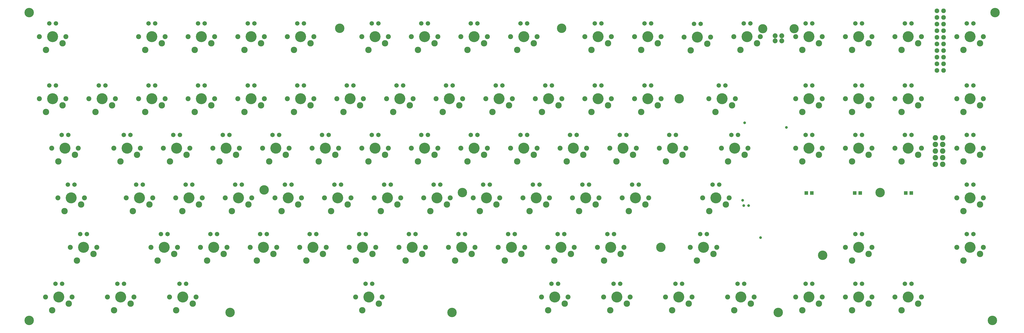
<source format=gts>
G75*
%MOIN*%
%OFA0B0*%
%FSLAX25Y25*%
%IPPOS*%
%LPD*%
%AMOC8*
5,1,8,0,0,1.08239X$1,22.5*
%
%ADD10C,0.14186*%
%ADD11C,0.07400*%
%ADD12C,0.13800*%
%ADD13C,0.16548*%
%ADD14C,0.07493*%
%ADD15C,0.09658*%
%ADD16C,0.06737*%
%ADD17R,0.05524X0.05524*%
%ADD18OC8,0.06800*%
%ADD19C,0.08200*%
%ADD20C,0.04100*%
D10*
X0013111Y0013111D03*
X0316261Y0024922D03*
X0650906Y0024922D03*
X0965867Y0123347D03*
X1209961Y0111536D03*
X1143032Y0024922D03*
X1465867Y0013111D03*
X1296576Y0206024D03*
X0993426Y0347757D03*
X0816261Y0454056D03*
X0481615Y0454056D03*
X0013111Y0477678D03*
X0367442Y0209961D03*
X0666654Y0206024D03*
X1469804Y0477678D03*
D11*
X1148221Y0442800D03*
X1138379Y0442800D03*
X1138379Y0435000D03*
X1148221Y0435000D03*
D12*
X1167000Y0453500D03*
X1119600Y0453500D03*
D13*
X1095788Y0441261D03*
X1020985Y0440867D03*
X0946182Y0441261D03*
X0871379Y0441261D03*
X0759174Y0441261D03*
X0684371Y0441261D03*
X0609568Y0441261D03*
X0534765Y0441261D03*
X0422560Y0441261D03*
X0347757Y0441261D03*
X0272954Y0441261D03*
X0198150Y0441261D03*
X0048544Y0441261D03*
X0048544Y0347757D03*
X0123347Y0347757D03*
X0198150Y0347757D03*
X0272954Y0347757D03*
X0347757Y0347757D03*
X0422560Y0347757D03*
X0497363Y0347757D03*
X0572166Y0347757D03*
X0646969Y0347757D03*
X0721772Y0347757D03*
X0796576Y0347757D03*
X0871379Y0347757D03*
X0946182Y0347757D03*
X1058387Y0347757D03*
X1189292Y0347757D03*
X1264095Y0347757D03*
X1338898Y0347757D03*
X1432402Y0347757D03*
X1432402Y0272954D03*
X1338898Y0272954D03*
X1264095Y0272954D03*
X1189292Y0272954D03*
X1077087Y0272954D03*
X0983583Y0272954D03*
X0908780Y0272954D03*
X0833977Y0272954D03*
X0759174Y0272954D03*
X0684371Y0272954D03*
X0609568Y0272954D03*
X0534765Y0272954D03*
X0459961Y0272954D03*
X0385158Y0272954D03*
X0310355Y0272954D03*
X0235552Y0272954D03*
X0160749Y0272954D03*
X0067245Y0272954D03*
X0076595Y0198150D03*
X0179450Y0198150D03*
X0254253Y0198150D03*
X0329056Y0198150D03*
X0403859Y0198150D03*
X0478662Y0198150D03*
X0553465Y0198150D03*
X0628269Y0198150D03*
X0703072Y0198150D03*
X0777875Y0198150D03*
X0852678Y0198150D03*
X0927481Y0198150D03*
X1049036Y0198150D03*
X1030335Y0123347D03*
X0890080Y0123347D03*
X0815276Y0123347D03*
X0740473Y0123347D03*
X0665670Y0123347D03*
X0590867Y0123347D03*
X0516064Y0123347D03*
X0441261Y0123347D03*
X0366457Y0123347D03*
X0291654Y0123347D03*
X0216851Y0123347D03*
X0095296Y0123347D03*
X0057894Y0048544D03*
X0151398Y0048544D03*
X0244902Y0048544D03*
X0525414Y0048544D03*
X0805926Y0048544D03*
X0899430Y0048544D03*
X0992934Y0048544D03*
X1086438Y0048544D03*
X1189292Y0048544D03*
X1264095Y0048544D03*
X1338898Y0048544D03*
X1264095Y0123347D03*
X1432402Y0123347D03*
X1432402Y0198150D03*
X1432402Y0441261D03*
X1338898Y0441261D03*
X1264095Y0441261D03*
X1189292Y0441261D03*
D14*
X1209292Y0441261D03*
X1244095Y0441261D03*
X1284095Y0441261D03*
X1318898Y0441261D03*
X1358898Y0441261D03*
X1412402Y0441261D03*
X1452402Y0441261D03*
X1452402Y0347757D03*
X1412402Y0347757D03*
X1358898Y0347757D03*
X1318898Y0347757D03*
X1284095Y0347757D03*
X1244095Y0347757D03*
X1209292Y0347757D03*
X1169292Y0347757D03*
X1078387Y0347757D03*
X1038387Y0347757D03*
X0966182Y0347757D03*
X0926182Y0347757D03*
X0891379Y0347757D03*
X0851379Y0347757D03*
X0816576Y0347757D03*
X0776576Y0347757D03*
X0741772Y0347757D03*
X0701772Y0347757D03*
X0666969Y0347757D03*
X0626969Y0347757D03*
X0592166Y0347757D03*
X0552166Y0347757D03*
X0517363Y0347757D03*
X0477363Y0347757D03*
X0442560Y0347757D03*
X0402560Y0347757D03*
X0367757Y0347757D03*
X0327757Y0347757D03*
X0292954Y0347757D03*
X0252954Y0347757D03*
X0218150Y0347757D03*
X0178150Y0347757D03*
X0143347Y0347757D03*
X0103347Y0347757D03*
X0068544Y0347757D03*
X0028544Y0347757D03*
X0047245Y0272954D03*
X0087245Y0272954D03*
X0140749Y0272954D03*
X0180749Y0272954D03*
X0215552Y0272954D03*
X0255552Y0272954D03*
X0290355Y0272954D03*
X0330355Y0272954D03*
X0365158Y0272954D03*
X0405158Y0272954D03*
X0439961Y0272954D03*
X0479961Y0272954D03*
X0514765Y0272954D03*
X0554765Y0272954D03*
X0589568Y0272954D03*
X0629568Y0272954D03*
X0664371Y0272954D03*
X0704371Y0272954D03*
X0739174Y0272954D03*
X0779174Y0272954D03*
X0813977Y0272954D03*
X0853977Y0272954D03*
X0888780Y0272954D03*
X0928780Y0272954D03*
X0963583Y0272954D03*
X1003583Y0272954D03*
X1057087Y0272954D03*
X1097087Y0272954D03*
X1169292Y0272954D03*
X1209292Y0272954D03*
X1244095Y0272954D03*
X1284095Y0272954D03*
X1318898Y0272954D03*
X1358898Y0272954D03*
X1412402Y0272954D03*
X1452402Y0272954D03*
X1452402Y0198150D03*
X1412402Y0198150D03*
X1412402Y0123347D03*
X1452402Y0123347D03*
X1284095Y0123347D03*
X1244095Y0123347D03*
X1050335Y0123347D03*
X1010335Y0123347D03*
X0910080Y0123347D03*
X0870080Y0123347D03*
X0835276Y0123347D03*
X0795276Y0123347D03*
X0760473Y0123347D03*
X0720473Y0123347D03*
X0685670Y0123347D03*
X0645670Y0123347D03*
X0610867Y0123347D03*
X0570867Y0123347D03*
X0536064Y0123347D03*
X0496064Y0123347D03*
X0461261Y0123347D03*
X0421261Y0123347D03*
X0386457Y0123347D03*
X0346457Y0123347D03*
X0311654Y0123347D03*
X0271654Y0123347D03*
X0236851Y0123347D03*
X0196851Y0123347D03*
X0115296Y0123347D03*
X0075296Y0123347D03*
X0077894Y0048544D03*
X0037894Y0048544D03*
X0131398Y0048544D03*
X0171398Y0048544D03*
X0224902Y0048544D03*
X0264902Y0048544D03*
X0505414Y0048544D03*
X0545414Y0048544D03*
X0785926Y0048544D03*
X0825926Y0048544D03*
X0879430Y0048544D03*
X0919430Y0048544D03*
X0972934Y0048544D03*
X1012934Y0048544D03*
X1066438Y0048544D03*
X1106438Y0048544D03*
X1169292Y0048544D03*
X1209292Y0048544D03*
X1244095Y0048544D03*
X1284095Y0048544D03*
X1318898Y0048544D03*
X1358898Y0048544D03*
X1069036Y0198150D03*
X1029036Y0198150D03*
X0947481Y0198150D03*
X0907481Y0198150D03*
X0872678Y0198150D03*
X0832678Y0198150D03*
X0797875Y0198150D03*
X0757875Y0198150D03*
X0723072Y0198150D03*
X0683072Y0198150D03*
X0648269Y0198150D03*
X0608269Y0198150D03*
X0573465Y0198150D03*
X0533465Y0198150D03*
X0498662Y0198150D03*
X0458662Y0198150D03*
X0423859Y0198150D03*
X0383859Y0198150D03*
X0349056Y0198150D03*
X0309056Y0198150D03*
X0274253Y0198150D03*
X0234253Y0198150D03*
X0199450Y0198150D03*
X0159450Y0198150D03*
X0096595Y0198150D03*
X0056595Y0198150D03*
X0068544Y0441261D03*
X0028544Y0441261D03*
X0178150Y0441261D03*
X0218150Y0441261D03*
X0252954Y0441261D03*
X0292954Y0441261D03*
X0327757Y0441261D03*
X0367757Y0441261D03*
X0402560Y0441261D03*
X0442560Y0441261D03*
X0514765Y0441261D03*
X0554765Y0441261D03*
X0589568Y0441261D03*
X0629568Y0441261D03*
X0664371Y0441261D03*
X0704371Y0441261D03*
X0739174Y0441261D03*
X0779174Y0441261D03*
X0851379Y0441261D03*
X0891379Y0441261D03*
X0926182Y0441261D03*
X0966182Y0441261D03*
X1000985Y0440867D03*
X1040985Y0440867D03*
X1075788Y0441261D03*
X1115788Y0441261D03*
X1169292Y0441261D03*
D15*
X1179292Y0421261D03*
X1204292Y0431261D03*
X1254095Y0421261D03*
X1279095Y0431261D03*
X1328898Y0421261D03*
X1353898Y0431261D03*
X1422402Y0421261D03*
X1447402Y0431261D03*
X1447402Y0337757D03*
X1422402Y0327757D03*
X1353898Y0337757D03*
X1328898Y0327757D03*
X1279095Y0337757D03*
X1254095Y0327757D03*
X1204292Y0337757D03*
X1179292Y0327757D03*
X1073387Y0337757D03*
X1048387Y0327757D03*
X0961182Y0337757D03*
X0936182Y0327757D03*
X0886379Y0337757D03*
X0861379Y0327757D03*
X0811576Y0337757D03*
X0786576Y0327757D03*
X0736772Y0337757D03*
X0711772Y0327757D03*
X0661969Y0337757D03*
X0636969Y0327757D03*
X0587166Y0337757D03*
X0562166Y0327757D03*
X0512363Y0337757D03*
X0487363Y0327757D03*
X0437560Y0337757D03*
X0412560Y0327757D03*
X0362757Y0337757D03*
X0337757Y0327757D03*
X0287954Y0337757D03*
X0262954Y0327757D03*
X0213150Y0337757D03*
X0188150Y0327757D03*
X0138347Y0337757D03*
X0113347Y0327757D03*
X0063544Y0337757D03*
X0038544Y0327757D03*
X0082245Y0262954D03*
X0057245Y0252954D03*
X0150749Y0252954D03*
X0175749Y0262954D03*
X0225552Y0252954D03*
X0250552Y0262954D03*
X0300355Y0252954D03*
X0325355Y0262954D03*
X0375158Y0252954D03*
X0400158Y0262954D03*
X0449961Y0252954D03*
X0474961Y0262954D03*
X0524765Y0252954D03*
X0549765Y0262954D03*
X0599568Y0252954D03*
X0624568Y0262954D03*
X0674371Y0252954D03*
X0699371Y0262954D03*
X0749174Y0252954D03*
X0774174Y0262954D03*
X0823977Y0252954D03*
X0848977Y0262954D03*
X0898780Y0252954D03*
X0923780Y0262954D03*
X0973583Y0252954D03*
X0998583Y0262954D03*
X1067087Y0252954D03*
X1092087Y0262954D03*
X1179292Y0252954D03*
X1204292Y0262954D03*
X1254095Y0252954D03*
X1279095Y0262954D03*
X1328898Y0252954D03*
X1353898Y0262954D03*
X1422402Y0252954D03*
X1447402Y0262954D03*
X1447402Y0188150D03*
X1422402Y0178150D03*
X1447402Y0113347D03*
X1422402Y0103347D03*
X1279095Y0113347D03*
X1254095Y0103347D03*
X1279095Y0038544D03*
X1254095Y0028544D03*
X1204292Y0038544D03*
X1179292Y0028544D03*
X1101438Y0038544D03*
X1076438Y0028544D03*
X1007934Y0038544D03*
X0982934Y0028544D03*
X0914430Y0038544D03*
X0889430Y0028544D03*
X0820926Y0038544D03*
X0795926Y0028544D03*
X0805276Y0103347D03*
X0830276Y0113347D03*
X0880080Y0103347D03*
X0905080Y0113347D03*
X1020335Y0103347D03*
X1045335Y0113347D03*
X1039036Y0178150D03*
X1064036Y0188150D03*
X0942481Y0188150D03*
X0917481Y0178150D03*
X0867678Y0188150D03*
X0842678Y0178150D03*
X0792875Y0188150D03*
X0767875Y0178150D03*
X0718072Y0188150D03*
X0693072Y0178150D03*
X0643269Y0188150D03*
X0618269Y0178150D03*
X0568465Y0188150D03*
X0543465Y0178150D03*
X0493662Y0188150D03*
X0468662Y0178150D03*
X0418859Y0188150D03*
X0393859Y0178150D03*
X0344056Y0188150D03*
X0319056Y0178150D03*
X0269253Y0188150D03*
X0244253Y0178150D03*
X0194450Y0188150D03*
X0169450Y0178150D03*
X0091595Y0188150D03*
X0066595Y0178150D03*
X0110296Y0113347D03*
X0085296Y0103347D03*
X0206851Y0103347D03*
X0231851Y0113347D03*
X0281654Y0103347D03*
X0306654Y0113347D03*
X0356457Y0103347D03*
X0381457Y0113347D03*
X0431261Y0103347D03*
X0456261Y0113347D03*
X0506064Y0103347D03*
X0531064Y0113347D03*
X0580867Y0103347D03*
X0605867Y0113347D03*
X0655670Y0103347D03*
X0680670Y0113347D03*
X0730473Y0103347D03*
X0755473Y0113347D03*
X0540414Y0038544D03*
X0515414Y0028544D03*
X0259902Y0038544D03*
X0234902Y0028544D03*
X0166398Y0038544D03*
X0141398Y0028544D03*
X0072894Y0038544D03*
X0047894Y0028544D03*
X0038544Y0421261D03*
X0063544Y0431261D03*
X0188150Y0421261D03*
X0213150Y0431261D03*
X0262954Y0421261D03*
X0287954Y0431261D03*
X0337757Y0421261D03*
X0362757Y0431261D03*
X0412560Y0421261D03*
X0437560Y0431261D03*
X0524765Y0421261D03*
X0549765Y0431261D03*
X0599568Y0421261D03*
X0624568Y0431261D03*
X0674371Y0421261D03*
X0699371Y0431261D03*
X0749174Y0421261D03*
X0774174Y0431261D03*
X0861379Y0421261D03*
X0886379Y0431261D03*
X0936182Y0421261D03*
X0961182Y0431261D03*
X1010985Y0420867D03*
X1035985Y0430867D03*
X1085788Y0421261D03*
X1110788Y0431261D03*
X1353898Y0038544D03*
X1328898Y0028544D03*
D16*
X1333898Y0068544D03*
X1343898Y0068544D03*
X1269095Y0068544D03*
X1259095Y0068544D03*
X1194292Y0068544D03*
X1184292Y0068544D03*
X1091438Y0068544D03*
X1081438Y0068544D03*
X0997934Y0068544D03*
X0987934Y0068544D03*
X0904430Y0068544D03*
X0894430Y0068544D03*
X0810926Y0068544D03*
X0800926Y0068544D03*
X0810276Y0143347D03*
X0820276Y0143347D03*
X0885080Y0143347D03*
X0895080Y0143347D03*
X1025335Y0143347D03*
X1035335Y0143347D03*
X1044036Y0218150D03*
X1054036Y0218150D03*
X0932481Y0218150D03*
X0922481Y0218150D03*
X0857678Y0218150D03*
X0847678Y0218150D03*
X0782875Y0218150D03*
X0772875Y0218150D03*
X0708072Y0218150D03*
X0698072Y0218150D03*
X0633269Y0218150D03*
X0623269Y0218150D03*
X0558465Y0218150D03*
X0548465Y0218150D03*
X0483662Y0218150D03*
X0473662Y0218150D03*
X0408859Y0218150D03*
X0398859Y0218150D03*
X0334056Y0218150D03*
X0324056Y0218150D03*
X0259253Y0218150D03*
X0249253Y0218150D03*
X0184450Y0218150D03*
X0174450Y0218150D03*
X0081595Y0218150D03*
X0071595Y0218150D03*
X0090296Y0143347D03*
X0100296Y0143347D03*
X0211851Y0143347D03*
X0221851Y0143347D03*
X0286654Y0143347D03*
X0296654Y0143347D03*
X0361457Y0143347D03*
X0371457Y0143347D03*
X0436261Y0143347D03*
X0446261Y0143347D03*
X0511064Y0143347D03*
X0521064Y0143347D03*
X0585867Y0143347D03*
X0595867Y0143347D03*
X0660670Y0143347D03*
X0670670Y0143347D03*
X0735473Y0143347D03*
X0745473Y0143347D03*
X0530414Y0068544D03*
X0520414Y0068544D03*
X0249902Y0068544D03*
X0239902Y0068544D03*
X0156398Y0068544D03*
X0146398Y0068544D03*
X0062894Y0068544D03*
X0052894Y0068544D03*
X0062245Y0292954D03*
X0072245Y0292954D03*
X0155749Y0292954D03*
X0165749Y0292954D03*
X0230552Y0292954D03*
X0240552Y0292954D03*
X0305355Y0292954D03*
X0315355Y0292954D03*
X0380158Y0292954D03*
X0390158Y0292954D03*
X0454961Y0292954D03*
X0464961Y0292954D03*
X0529765Y0292954D03*
X0539765Y0292954D03*
X0604568Y0292954D03*
X0614568Y0292954D03*
X0679371Y0292954D03*
X0689371Y0292954D03*
X0754174Y0292954D03*
X0764174Y0292954D03*
X0828977Y0292954D03*
X0838977Y0292954D03*
X0903780Y0292954D03*
X0913780Y0292954D03*
X0978583Y0292954D03*
X0988583Y0292954D03*
X1072087Y0292954D03*
X1082087Y0292954D03*
X1184292Y0292954D03*
X1194292Y0292954D03*
X1259095Y0292954D03*
X1269095Y0292954D03*
X1333898Y0292954D03*
X1343898Y0292954D03*
X1427402Y0292954D03*
X1437402Y0292954D03*
X1437402Y0367757D03*
X1427402Y0367757D03*
X1343898Y0367757D03*
X1333898Y0367757D03*
X1269095Y0367757D03*
X1259095Y0367757D03*
X1194292Y0367757D03*
X1184292Y0367757D03*
X1063387Y0367757D03*
X1053387Y0367757D03*
X0951182Y0367757D03*
X0941182Y0367757D03*
X0876379Y0367757D03*
X0866379Y0367757D03*
X0801576Y0367757D03*
X0791576Y0367757D03*
X0726772Y0367757D03*
X0716772Y0367757D03*
X0651969Y0367757D03*
X0641969Y0367757D03*
X0577166Y0367757D03*
X0567166Y0367757D03*
X0502363Y0367757D03*
X0492363Y0367757D03*
X0427560Y0367757D03*
X0417560Y0367757D03*
X0352757Y0367757D03*
X0342757Y0367757D03*
X0277954Y0367757D03*
X0267954Y0367757D03*
X0203150Y0367757D03*
X0193150Y0367757D03*
X0128347Y0367757D03*
X0118347Y0367757D03*
X0053544Y0367757D03*
X0043544Y0367757D03*
X0043544Y0461261D03*
X0053544Y0461261D03*
X0193150Y0461261D03*
X0203150Y0461261D03*
X0267954Y0461261D03*
X0277954Y0461261D03*
X0342757Y0461261D03*
X0352757Y0461261D03*
X0417560Y0461261D03*
X0427560Y0461261D03*
X0529765Y0461261D03*
X0539765Y0461261D03*
X0604568Y0461261D03*
X0614568Y0461261D03*
X0679371Y0461261D03*
X0689371Y0461261D03*
X0754174Y0461261D03*
X0764174Y0461261D03*
X0866379Y0461261D03*
X0876379Y0461261D03*
X0941182Y0461261D03*
X0951182Y0461261D03*
X1015985Y0460867D03*
X1025985Y0460867D03*
X1090788Y0461261D03*
X1100788Y0461261D03*
X1184292Y0461261D03*
X1194292Y0461261D03*
X1259095Y0461261D03*
X1269095Y0461261D03*
X1333898Y0461261D03*
X1343898Y0461261D03*
X1427402Y0461261D03*
X1437402Y0461261D03*
X1437402Y0218150D03*
X1427402Y0218150D03*
X1427402Y0143347D03*
X1437402Y0143347D03*
X1269095Y0143347D03*
X1259095Y0143347D03*
D17*
X1258166Y0205300D03*
X1266434Y0205300D03*
X1335166Y0205300D03*
X1343434Y0205300D03*
X1193434Y0205300D03*
X1185166Y0205300D03*
D18*
X1382300Y0390300D03*
X1392300Y0390300D03*
X1392300Y0400300D03*
X1382300Y0400300D03*
X1382300Y0410300D03*
X1382300Y0420300D03*
X1392300Y0420300D03*
X1392300Y0410300D03*
X1392300Y0430300D03*
X1382300Y0430300D03*
X1382300Y0440300D03*
X1392300Y0440300D03*
X1392300Y0450300D03*
X1382300Y0450300D03*
X1382300Y0460300D03*
X1392300Y0460300D03*
X1392300Y0470300D03*
X1392300Y0480300D03*
X1382300Y0480300D03*
X1382300Y0470300D03*
D19*
X1379800Y0288800D03*
X1379800Y0278800D03*
X1390800Y0278800D03*
X1390800Y0288800D03*
X1390800Y0268800D03*
X1379800Y0268800D03*
X1379800Y0258800D03*
X1390800Y0258800D03*
X1390800Y0248800D03*
X1379800Y0248800D03*
D20*
X1155300Y0304300D03*
X1092300Y0311300D03*
X1089300Y0194300D03*
X1090800Y0186300D03*
X1098300Y0186300D03*
X1116405Y0138195D03*
M02*

</source>
